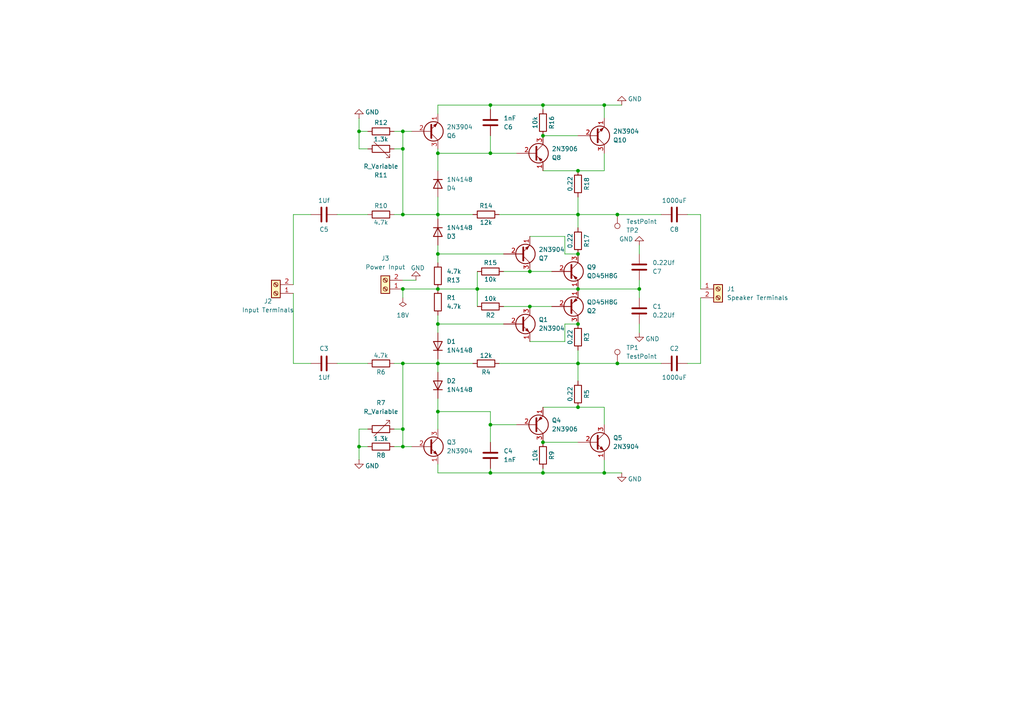
<source format=kicad_sch>
(kicad_sch (version 20231120) (generator "eeschema") (generator_version "8.0")
  (paper "A4")
  (lib_symbols
    (symbol "Connector:Screw_Terminal_01x02" (pin_names (offset 1.016) hide)
      (property "Reference" "J" (at 0 2.54 0))
      (property "Value" "Screw_Terminal_01x02" (at 0 -5.08 0))
      (symbol "Screw_Terminal_01x02_1_1"
        (rectangle (start -1.27 1.27) (end 1.27 -3.81) (stroke (width 0.254)) (fill (type background)))
        (circle (center 0 -2.54) (radius 0.635) (stroke (width 0.1524)))
        (polyline (pts (xy -0.5334 -2.2098) (xy 0.3302 -3.048)) (stroke (width 0.1524)))
        (polyline (pts (xy -0.5334 0.3302) (xy 0.3302 -0.508)) (stroke (width 0.1524)))
        (polyline (pts (xy -0.3556 -2.032) (xy 0.508 -2.8702)) (stroke (width 0.1524)))
        (polyline (pts (xy -0.3556 0.508) (xy 0.508 -0.3302)) (stroke (width 0.1524)))
        (circle (center 0 0) (radius 0.635) (stroke (width 0.1524)))
        (pin passive line (at -5.08 0 0) (length 3.81) (name "Pin_1") (number "1"))
        (pin passive line (at -5.08 -2.54 0) (length 3.81) (name "Pin_2") (number "2"))
      )
    )
    (symbol "Connector:TestPoint" (pin_numbers hide) (pin_names (offset 0.762) hide)
      (property "Reference" "TP" (at 0 6.858 0))
      (property "Value" "TestPoint" (at 0 5.08 0))
      (symbol "TestPoint_0_1"
        (circle (center 0 3.302) (radius 0.762))
      )
      (symbol "TestPoint_1_1"
        (pin passive line (at 0 0 90) (length 2.54) (name "1") (number "1"))
      )
    )
    (symbol "Device:C" (pin_numbers hide) (pin_names (offset 0.254))
      (property "Reference" "C" (at 0.635 2.54 0))
      (property "Value" "C" (at 0.635 -2.54 0))
      (symbol "C_0_1"
        (polyline (pts (xy -2.032 -0.762) (xy 2.032 -0.762)) (stroke (width 0.508)))
        (polyline (pts (xy -2.032 0.762) (xy 2.032 0.762)) (stroke (width 0.508)))
      )
      (symbol "C_1_1"
        (pin passive line (at 0 3.81 270) (length 2.794) (name "~") (number "1"))
        (pin passive line (at 0 -3.81 90) (length 2.794) (name "~") (number "2"))
      )
    )
    (symbol "Device:R" (pin_numbers hide) (pin_names (offset 0))
      (property "Reference" "R" (at 2.032 0 90))
      (property "Value" "R" (at 0 0 90))
      (symbol "R_0_1"
        (rectangle (start -1.016 -2.54) (end 1.016 2.54) (stroke (width 0.254)))
      )
      (symbol "R_1_1"
        (pin passive line (at 0 3.81 270) (length 1.27) (name "~") (number "1"))
        (pin passive line (at 0 -3.81 90) (length 1.27) (name "~") (number "2"))
      )
    )
    (symbol "Device:R_Variable" (pin_numbers hide) (pin_names (offset 0))
      (property "Reference" "R" (at 2.54 -2.54 90))
      (property "Value" "R_Variable" (at -2.54 -1.27 90))
      (symbol "R_Variable_0_1"
        (rectangle (start -1.016 -2.54) (end 1.016 2.54) (stroke (width 0.254)))
        (polyline (pts (xy 2.54 1.524) (xy 2.54 2.54) (xy 1.524 2.54) (xy 2.54 2.54) (xy -2.032 -2.032)))
      )
      (symbol "R_Variable_1_1"
        (pin passive line (at 0 3.81 270) (length 1.27) (name "~") (number "1"))
        (pin passive line (at 0 -3.81 90) (length 1.27) (name "~") (number "2"))
      )
    )
    (symbol "Diode:1N4148" (pin_numbers hide) (pin_names hide)
      (property "Reference" "D" (at 0 2.54 0))
      (property "Value" "1N4148" (at 0 -2.54 0))
      (symbol "1N4148_0_1"
        (polyline (pts (xy -1.27 1.27) (xy -1.27 -1.27)) (stroke (width 0.254)))
        (polyline (pts (xy 1.27 0) (xy -1.27 0)))
        (polyline (pts (xy 1.27 1.27) (xy 1.27 -1.27) (xy -1.27 0) (xy 1.27 1.27)) (stroke (width 0.254)))
      )
      (symbol "1N4148_1_1"
        (pin passive line (at -3.81 0 0) (length 2.54) (name "K") (number "1"))
        (pin passive line (at 3.81 0 180) (length 2.54) (name "A") (number "2"))
      )
    )
    (symbol "Transistor_BJT:2N3904" (pin_names (offset 0) hide)
      (property "Reference" "Q" (at 5.08 1.905 0))
      (property "Value" "2N3904" (at 5.08 0 0))
      (symbol "2N3904_0_1"
        (polyline (pts (xy 0.635 0.635) (xy 2.54 2.54)))
        (polyline (pts (xy 0.635 -0.635) (xy 2.54 -2.54) (xy 2.54 -2.54)))
        (polyline (pts (xy 0.635 1.905) (xy 0.635 -1.905) (xy 0.635 -1.905)) (stroke (width 0.508)))
        (polyline (pts (xy 1.27 -1.778) (xy 1.778 -1.27) (xy 2.286 -2.286) (xy 1.27 -1.778) (xy 1.27 -1.778)) (fill (type outline)))
        (circle (center 1.27 0) (radius 2.8194) (stroke (width 0.254)))
      )
      (symbol "2N3904_1_1"
        (pin passive line (at 2.54 -5.08 90) (length 2.54) (name "E") (number "1"))
        (pin passive line (at -5.08 0 0) (length 5.715) (name "B") (number "2"))
        (pin passive line (at 2.54 5.08 270) (length 2.54) (name "C") (number "3"))
      )
    )
    (symbol "Transistor_BJT:2N3906" (pin_names (offset 0) hide)
      (property "Reference" "Q" (at 5.08 1.905 0))
      (property "Value" "2N3906" (at 5.08 0 0))
      (symbol "2N3906_0_1"
        (polyline (pts (xy 0.635 0.635) (xy 2.54 2.54)))
        (polyline (pts (xy 0.635 -0.635) (xy 2.54 -2.54) (xy 2.54 -2.54)))
        (polyline (pts (xy 0.635 1.905) (xy 0.635 -1.905) (xy 0.635 -1.905)) (stroke (width 0.508)))
        (polyline (pts (xy 2.286 -1.778) (xy 1.778 -2.286) (xy 1.27 -1.27) (xy 2.286 -1.778) (xy 2.286 -1.778)) (fill (type outline)))
        (circle (center 1.27 0) (radius 2.8194) (stroke (width 0.254)))
      )
      (symbol "2N3906_1_1"
        (pin passive line (at 2.54 -5.08 90) (length 2.54) (name "E") (number "1"))
        (pin input line (at -5.08 0 0) (length 5.715) (name "B") (number "2"))
        (pin passive line (at 2.54 5.08 270) (length 2.54) (name "C") (number "3"))
      )
    )
    (symbol "power:GND" (power) (pin_numbers hide) (pin_names (offset 0) hide)
      (property "Value" "GND" (at 0 -3.81 0))
      (symbol "GND_0_1"
        (polyline (pts (xy 0 0) (xy 0 -1.27) (xy 1.27 -1.27) (xy 0 -2.54) (xy -1.27 -1.27) (xy 0 -1.27)))
      )
      (symbol "GND_1_1"
        (pin power_in line (at 0 0 270) (length 0) (name "~") (number "1"))
      )
    )
    (symbol "power:PWR_FLAG" (power) (pin_numbers hide) (pin_names (offset 0) hide)
      (property "Value" "PWR_FLAG" (at 0 3.81 0))
      (symbol "PWR_FLAG_0_0"
        (pin power_out line (at 0 0 90) (length 0) (name "~") (number "1"))
      )
      (symbol "PWR_FLAG_0_1"
        (polyline (pts (xy 0 0) (xy 0 1.27) (xy -1.016 1.905) (xy 0 2.54) (xy 1.016 1.905) (xy 0 1.27)))
      )
    )
  )
  (junction (at 116.84 62.23))
  (junction (at 116.84 43.18))
  (junction (at 142.24 137.16))
  (junction (at 179.07 62.23))
  (junction (at 127 119.38))
  (junction (at 116.84 38.1))
  (junction (at 116.84 129.54))
  (junction (at 153.67 78.74))
  (junction (at 142.24 123.19))
  (junction (at 127 105.41))
  (junction (at 104.14 38.1))
  (junction (at 167.64 93.98))
  (junction (at 157.48 30.48))
  (junction (at 153.67 88.9))
  (junction (at 127 73.66))
  (junction (at 157.48 39.37))
  (junction (at 127 83.82))
  (junction (at 167.64 49.53))
  (junction (at 127 62.23))
  (junction (at 167.64 83.82))
  (junction (at 157.48 137.16))
  (junction (at 127 93.98))
  (junction (at 167.64 73.66))
  (junction (at 167.64 62.23))
  (junction (at 104.14 129.54))
  (junction (at 142.24 44.45))
  (junction (at 157.48 128.27))
  (junction (at 179.07 105.41))
  (junction (at 116.84 83.82))
  (junction (at 116.84 124.46))
  (junction (at 175.26 30.48))
  (junction (at 167.64 105.41))
  (junction (at 138.43 83.82))
  (junction (at 185.42 83.82))
  (junction (at 127 44.45))
  (junction (at 142.24 30.48))
  (junction (at 175.26 137.16))
  (junction (at 116.84 105.41))
  (junction (at 167.64 118.11))
  (wire (pts (xy 104.14 38.1) (xy 104.14 34.29)))
  (wire (pts (xy 116.84 38.1) (xy 116.84 43.18)))
  (wire (pts (xy 116.84 62.23) (xy 116.84 43.18)))
  (wire (pts (xy 106.68 38.1) (xy 104.14 38.1)))
  (wire (pts (xy 127 83.82) (xy 138.43 83.82)))
  (wire (pts (xy 146.05 88.9) (xy 153.67 88.9)))
  (wire (pts (xy 167.64 93.98) (xy 163.83 93.98)))
  (wire (pts (xy 144.78 62.23) (xy 167.64 62.23)))
  (wire (pts (xy 142.24 135.89) (xy 142.24 137.16)))
  (wire (pts (xy 167.64 62.23) (xy 179.07 62.23)))
  (wire (pts (xy 167.64 118.11) (xy 175.26 118.11)))
  (wire (pts (xy 142.24 123.19) (xy 142.24 128.27)))
  (wire (pts (xy 116.84 129.54) (xy 116.84 124.46)))
  (wire (pts (xy 114.3 129.54) (xy 116.84 129.54)))
  (wire (pts (xy 114.3 62.23) (xy 116.84 62.23)))
  (wire (pts (xy 167.64 62.23) (xy 167.64 57.15)))
  (wire (pts (xy 146.05 78.74) (xy 153.67 78.74)))
  (wire (pts (xy 114.3 43.18) (xy 116.84 43.18)))
  (wire (pts (xy 127 76.2) (xy 127 73.66)))
  (wire (pts (xy 127 73.66) (xy 127 71.12)))
  (wire (pts (xy 106.68 43.18) (xy 104.14 43.18)))
  (wire (pts (xy 175.26 118.11) (xy 175.26 123.19)))
  (wire (pts (xy 127 49.53) (xy 127 44.45)))
  (wire (pts (xy 127 105.41) (xy 127 107.95)))
  (wire (pts (xy 142.24 44.45) (xy 149.86 44.45)))
  (wire (pts (xy 104.14 43.18) (xy 104.14 38.1)))
  (wire (pts (xy 127 105.41) (xy 127 104.14)))
  (wire (pts (xy 163.83 93.98) (xy 163.83 99.06)))
  (wire (pts (xy 153.67 68.58) (xy 163.83 68.58)))
  (wire (pts (xy 127 44.45) (xy 142.24 44.45)))
  (wire (pts (xy 104.14 124.46) (xy 104.14 129.54)))
  (wire (pts (xy 127 44.45) (xy 127 43.18)))
  (wire (pts (xy 138.43 83.82) (xy 138.43 88.9)))
  (wire (pts (xy 142.24 30.48) (xy 157.48 30.48)))
  (wire (pts (xy 167.64 73.66) (xy 163.83 73.66)))
  (wire (pts (xy 116.84 129.54) (xy 119.38 129.54)))
  (wire (pts (xy 106.68 124.46) (xy 104.14 124.46)))
  (wire (pts (xy 137.16 105.41) (xy 127 105.41)))
  (wire (pts (xy 142.24 137.16) (xy 157.48 137.16)))
  (wire (pts (xy 127 119.38) (xy 127 124.46)))
  (wire (pts (xy 114.3 38.1) (xy 116.84 38.1)))
  (wire (pts (xy 137.16 62.23) (xy 127 62.23)))
  (wire (pts (xy 203.2 86.36) (xy 203.2 105.41)))
  (wire (pts (xy 85.09 105.41) (xy 90.17 105.41)))
  (wire (pts (xy 106.68 129.54) (xy 104.14 129.54)))
  (wire (pts (xy 127 91.44) (xy 127 93.98)))
  (wire (pts (xy 179.07 62.23) (xy 191.77 62.23)))
  (wire (pts (xy 157.48 30.48) (xy 175.26 30.48)))
  (wire (pts (xy 114.3 124.46) (xy 116.84 124.46)))
  (wire (pts (xy 199.39 62.23) (xy 203.2 62.23)))
  (wire (pts (xy 116.84 38.1) (xy 119.38 38.1)))
  (wire (pts (xy 167.64 105.41) (xy 179.07 105.41)))
  (wire (pts (xy 153.67 88.9) (xy 160.02 88.9)))
  (wire (pts (xy 153.67 78.74) (xy 160.02 78.74)))
  (wire (pts (xy 127 93.98) (xy 127 96.52)))
  (wire (pts (xy 157.48 118.11) (xy 167.64 118.11)))
  (wire (pts (xy 97.79 62.23) (xy 106.68 62.23)))
  (wire (pts (xy 114.3 105.41) (xy 116.84 105.41)))
  (wire (pts (xy 127 33.02) (xy 127 30.48)))
  (wire (pts (xy 175.26 34.29) (xy 175.26 30.48)))
  (wire (pts (xy 97.79 105.41) (xy 106.68 105.41)))
  (wire (pts (xy 157.48 135.89) (xy 157.48 137.16)))
  (wire (pts (xy 104.14 129.54) (xy 104.14 133.35)))
  (wire (pts (xy 203.2 62.23) (xy 203.2 83.82)))
  (wire (pts (xy 127 62.23) (xy 127 63.5)))
  (wire (pts (xy 127 62.23) (xy 127 57.15)))
  (wire (pts (xy 85.09 62.23) (xy 85.09 82.55)))
  (wire (pts (xy 175.26 133.35) (xy 175.26 137.16)))
  (wire (pts (xy 203.2 105.41) (xy 199.39 105.41)))
  (wire (pts (xy 167.64 83.82) (xy 185.42 83.82)))
  (wire (pts (xy 175.26 49.53) (xy 175.26 44.45)))
  (wire (pts (xy 116.84 81.28) (xy 120.65 81.28)))
  (wire (pts (xy 185.42 83.82) (xy 185.42 81.28)))
  (wire (pts (xy 142.24 44.45) (xy 142.24 39.37)))
  (wire (pts (xy 185.42 93.98) (xy 185.42 96.52)))
  (wire (pts (xy 167.64 49.53) (xy 175.26 49.53)))
  (wire (pts (xy 157.48 128.27) (xy 167.64 128.27)))
  (wire (pts (xy 185.42 83.82) (xy 185.42 86.36)))
  (wire (pts (xy 185.42 71.12) (xy 185.42 73.66)))
  (wire (pts (xy 116.84 62.23) (xy 127 62.23)))
  (wire (pts (xy 127 93.98) (xy 146.05 93.98)))
  (wire (pts (xy 116.84 105.41) (xy 116.84 124.46)))
  (wire (pts (xy 175.26 137.16) (xy 180.34 137.16)))
  (wire (pts (xy 179.07 105.41) (xy 191.77 105.41)))
  (wire (pts (xy 116.84 83.82) (xy 116.84 86.36)))
  (wire (pts (xy 175.26 30.48) (xy 180.34 30.48)))
  (wire (pts (xy 127 119.38) (xy 142.24 119.38)))
  (wire (pts (xy 167.64 105.41) (xy 167.64 110.49)))
  (wire (pts (xy 127 115.57) (xy 127 119.38)))
  (wire (pts (xy 127 73.66) (xy 146.05 73.66)))
  (wire (pts (xy 142.24 119.38) (xy 142.24 123.19)))
  (wire (pts (xy 127 134.62) (xy 127 137.16)))
  (wire (pts (xy 142.24 31.75) (xy 142.24 30.48)))
  (wire (pts (xy 138.43 83.82) (xy 167.64 83.82)))
  (wire (pts (xy 127 137.16) (xy 142.24 137.16)))
  (wire (pts (xy 127 30.48) (xy 142.24 30.48)))
  (wire (pts (xy 157.48 137.16) (xy 175.26 137.16)))
  (wire (pts (xy 157.48 49.53) (xy 167.64 49.53)))
  (wire (pts (xy 116.84 83.82) (xy 127 83.82)))
  (wire (pts (xy 153.67 99.06) (xy 163.83 99.06)))
  (wire (pts (xy 85.09 85.09) (xy 85.09 105.41)))
  (wire (pts (xy 167.64 105.41) (xy 167.64 101.6)))
  (wire (pts (xy 157.48 31.75) (xy 157.48 30.48)))
  (wire (pts (xy 144.78 105.41) (xy 167.64 105.41)))
  (wire (pts (xy 138.43 83.82) (xy 138.43 78.74)))
  (wire (pts (xy 85.09 62.23) (xy 90.17 62.23)))
  (wire (pts (xy 116.84 105.41) (xy 127 105.41)))
  (wire (pts (xy 167.64 62.23) (xy 167.64 66.04)))
  (wire (pts (xy 142.24 123.19) (xy 149.86 123.19)))
  (wire (pts (xy 163.83 73.66) (xy 163.83 68.58)))
  (wire (pts (xy 157.48 39.37) (xy 167.64 39.37)))
  (symbol (lib_id "power:GND") (at 185.42 71.12 180) (unit 1)
    (property "Reference" "#PWR06" (effects (hide yes)))
    (property "Value" "GND" (at 181.61 69.342 0))
    (property "Description" "Power symbol creates a global label with name \"GND\" , ground" (effects (hide yes)))
  )
  (symbol (lib_id "power:PWR_FLAG") (at 116.84 86.36 0) (mirror x) (unit 1)
    (property "Reference" "#FLG02" (effects (hide yes)))
    (property "Value" "18V" (at 116.84 91.44 0))
    (property "Description" "Special symbol for telling ERC where power comes from" (effects (hide yes)))
  )
  (symbol (lib_id "Device:C") (at 185.42 77.47 0) (mirror x) (unit 1)
    (property "Reference" "C7" (at 189.23 78.7401 0) (effects (justify left)))
    (property "Value" "0.22Uf" (at 189.23 76.2001 0) (effects (justify left)))
    (property "Description" "Unpolarized capacitor" (effects (hide yes)))
  )
  (symbol (lib_id "Device:R") (at 167.64 53.34 0) (mirror x) (unit 1)
    (property "Reference" "R18" (at 170.18 53.34 90))
    (property "Value" "0.22" (at 165.354 53.34 90))
    (property "Description" "Resistor" (effects (hide yes)))
  )
  (symbol (lib_id "Device:C") (at 195.58 105.41 90) (unit 1)
    (property "Reference" "C2" (at 195.58 101.092 90))
    (property "Value" "1000uF" (at 195.58 109.474 90))
    (property "Description" "Unpolarized capacitor" (effects (hide yes)))
  )
  (symbol (lib_id "Device:R") (at 140.97 62.23 270) (mirror x) (unit 1)
    (property "Reference" "R14" (at 140.97 59.69 90))
    (property "Value" "12k" (at 140.97 64.516 90))
    (property "Description" "Resistor" (effects (hide yes)))
  )
  (symbol (lib_id "Device:R") (at 142.24 88.9 270) (unit 1)
    (property "Reference" "R2" (at 142.24 91.44 90))
    (property "Value" "10k" (at 142.24 86.614 90))
    (property "Description" "Resistor" (effects (hide yes)))
  )
  (symbol (lib_id "Device:R") (at 110.49 105.41 270) (unit 1)
    (property "Reference" "R6" (at 110.49 107.95 90))
    (property "Value" "4.7k" (at 110.49 103.124 90))
    (property "Description" "Resistor" (effects (hide yes)))
  )
  (symbol (lib_id "Device:C") (at 195.58 62.23 90) (mirror x) (unit 1)
    (property "Reference" "C8" (at 195.58 66.548 90))
    (property "Value" "1000uF" (at 195.58 58.166 90))
    (property "Description" "Unpolarized capacitor" (effects (hide yes)))
  )
  (symbol (lib_id "Device:R") (at 167.64 114.3 0) (unit 1)
    (property "Reference" "R5" (at 170.18 114.3 90))
    (property "Value" "0.22" (at 165.354 114.3 90))
    (property "Description" "Resistor" (effects (hide yes)))
  )
  (symbol (lib_id "Device:C") (at 93.98 105.41 90) (unit 1)
    (property "Reference" "C3" (at 93.98 101.092 90))
    (property "Value" "1Uf" (at 93.98 109.474 90))
    (property "Description" "Unpolarized capacitor" (effects (hide yes)))
  )
  (symbol (lib_id "Connector:TestPoint") (at 179.07 62.23 0) (mirror x) (unit 1)
    (property "Reference" "TP2" (at 181.61 66.8021 0) (effects (justify left)))
    (property "Value" "TestPoint" (at 181.61 64.2621 0) (effects (justify left)))
    (property "Description" "test point" (effects (hide yes)))
  )
  (symbol (lib_id "Connector:TestPoint") (at 179.07 105.41 0) (unit 1)
    (property "Reference" "TP1" (at 181.61 100.8379 0) (effects (justify left)))
    (property "Value" "TestPoint" (at 181.61 103.3779 0) (effects (justify left)))
    (property "Description" "test point" (effects (hide yes)))
  )
  (symbol (lib_id "Diode:1N4148") (at 127 53.34 90) (mirror x) (unit 1)
    (property "Reference" "D4" (at 129.54 54.6101 90) (effects (justify right)))
    (property "Value" "1N4148" (at 129.54 52.0701 90) (effects (justify right)))
    (property "Footprint" "Diode_THT:D_DO-35_SOD27_P7.62mm_Horizontal" (effects (hide yes)))
    (property "Datasheet" "https://assets.nexperia.com/documents/data-sheet/1N4148_1N4448.pdf" (effects (hide yes)))
    (property "Description" "100V 0.15A standard switching diode, DO-35" (effects (hide yes)))
    (property "Sim.Device" "D" (effects (hide yes)))
    (property "Sim.Pins" "1=K 2=A" (effects (hide yes)))
  )
  (symbol (lib_id "Device:R_Variable") (at 110.49 124.46 270) (mirror x) (unit 1)
    (property "Reference" "R7" (at 110.49 116.84 90))
    (property "Value" "R_Variable" (at 110.49 119.38 90))
    (property "Description" "Variable resistor" (effects (hide yes)))
  )
  (symbol (lib_id "Device:R") (at 127 80.01 0) (mirror x) (unit 1)
    (property "Reference" "R13" (at 129.54 81.2801 0) (effects (justify left)))
    (property "Value" "4.7k" (at 129.54 78.7401 0) (effects (justify left)))
    (property "Description" "Resistor" (effects (hide yes)))
  )
  (symbol (lib_id "Device:R") (at 110.49 62.23 270) (mirror x) (unit 1)
    (property "Reference" "R10" (at 110.49 59.69 90))
    (property "Value" "4.7k" (at 110.49 64.516 90))
    (property "Description" "Resistor" (effects (hide yes)))
  )
  (symbol (lib_id "Device:C") (at 185.42 90.17 0) (unit 1)
    (property "Reference" "C1" (at 189.23 88.8999 0) (effects (justify left)))
    (property "Value" "0.22Uf" (at 189.23 91.4399 0) (effects (justify left)))
    (property "Description" "Unpolarized capacitor" (effects (hide yes)))
  )
  (symbol (lib_id "Device:R") (at 157.48 35.56 0) (mirror x) (unit 1)
    (property "Reference" "R16" (at 160.02 35.56 90))
    (property "Value" "10k" (at 155.194 35.56 90))
    (property "Description" "Resistor" (effects (hide yes)))
  )
  (symbol (lib_id "Transistor_BJT:2N3906") (at 165.1 78.74 0) (unit 1)
    (property "Reference" "Q9" (at 170.18 77.4699 0) (effects (justify left)))
    (property "Value" "QD45H8G" (at 170.18 80.0099 0) (effects (justify left)))
    (property "Footprint" "Package_TO_SOT_THT:TO-92_Inline" (effects (hide yes)))
    (property "Datasheet" "https://www.onsemi.com/pub/Collateral/2N3906-D.PDF" (effects (hide yes)))
    (property "Description" "-0.2A Ic, -40V Vce, Small Signal PNP Transistor, TO-92" (effects (hide yes)))
  )
  (symbol (lib_id "Connector:Screw_Terminal_01x02") (at 80.01 85.09 180) (unit 1)
    (property "Reference" "J2" (at 77.724 87.376 0))
    (property "Value" "Input Terminals" (at 77.724 89.916 0))
    (property "Description" "Generic screw terminal, single row, 01x02, script generated (kicad-library-utils/schlib/autogen/connector/)" (effects (hide yes)))
  )
  (symbol (lib_id "Device:R") (at 140.97 105.41 270) (unit 1)
    (property "Reference" "R4" (at 140.97 107.95 90))
    (property "Value" "12k" (at 140.97 103.124 90))
    (property "Description" "Resistor" (effects (hide yes)))
  )
  (symbol (lib_id "Connector:Screw_Terminal_01x02") (at 111.76 83.82 180) (unit 1)
    (property "Reference" "J3" (at 111.76 74.93 0))
    (property "Value" "Power Input" (at 111.76 77.47 0))
    (property "Description" "Generic screw terminal, single row, 01x02, script generated (kicad-library-utils/schlib/autogen/connector/)" (effects (hide yes)))
  )
  (symbol (lib_id "power:GND") (at 180.34 30.48 0) (mirror x) (unit 1)
    (property "Reference" "#PWR05" (effects (hide yes)))
    (property "Value" "GND" (at 184.15 28.702 0))
    (property "Description" "Power symbol creates a global label with name \"GND\" , ground" (effects (hide yes)))
  )
  (symbol (lib_id "Device:R_Variable") (at 110.49 43.18 270) (unit 1)
    (property "Reference" "R11" (at 110.49 50.8 90))
    (property "Value" "R_Variable" (at 110.49 48.26 90))
    (property "Description" "Variable resistor" (effects (hide yes)))
  )
  (symbol (lib_id "Device:R") (at 167.64 69.85 0) (mirror x) (unit 1)
    (property "Reference" "R17" (at 170.18 69.85 90))
    (property "Value" "0.22" (at 165.354 69.85 90))
    (property "Description" "Resistor" (effects (hide yes)))
  )
  (symbol (lib_id "Device:C") (at 142.24 132.08 0) (unit 1)
    (property "Reference" "C4" (at 146.05 130.8099 0) (effects (justify left)))
    (property "Value" "1nF" (at 146.05 133.3499 0) (effects (justify left)))
    (property "Description" "Unpolarized capacitor" (effects (hide yes)))
  )
  (symbol (lib_id "Transistor_BJT:2N3904") (at 172.72 39.37 0) (mirror x) (unit 1)
    (property "Reference" "Q10" (at 177.8 40.6401 0) (effects (justify left)))
    (property "Value" "2N3904" (at 177.8 38.1001 0) (effects (justify left)))
    (property "Footprint" "Package_TO_SOT_THT:TO-92_Inline" (effects (hide yes)))
    (property "Datasheet" "https://www.onsemi.com/pub/Collateral/2N3903-D.PDF" (effects (hide yes)))
    (property "Description" "0.2A Ic, 40V Vce, Small Signal NPN Transistor, TO-92" (effects (hide yes)))
  )
  (symbol (lib_id "Diode:1N4148") (at 127 67.31 90) (mirror x) (unit 1)
    (property "Reference" "D3" (at 129.54 68.5801 90) (effects (justify right)))
    (property "Value" "1N4148" (at 129.54 66.0401 90) (effects (justify right)))
    (property "Footprint" "Diode_THT:D_DO-35_SOD27_P7.62mm_Horizontal" (effects (hide yes)))
    (property "Datasheet" "https://assets.nexperia.com/documents/data-sheet/1N4148_1N4448.pdf" (effects (hide yes)))
    (property "Description" "100V 0.15A standard switching diode, DO-35" (effects (hide yes)))
    (property "Sim.Device" "D" (effects (hide yes)))
    (property "Sim.Pins" "1=K 2=A" (effects (hide yes)))
  )
  (symbol (lib_id "Transistor_BJT:2N3904") (at 124.46 129.54 0) (unit 1)
    (property "Reference" "Q3" (at 129.54 128.2699 0) (effects (justify left)))
    (property "Value" "2N3904" (at 129.54 130.8099 0) (effects (justify left)))
    (property "Footprint" "Package_TO_SOT_THT:TO-92_Inline" (effects (hide yes)))
    (property "Datasheet" "https://www.onsemi.com/pub/Collateral/2N3903-D.PDF" (effects (hide yes)))
    (property "Description" "0.2A Ic, 40V Vce, Small Signal NPN Transistor, TO-92" (effects (hide yes)))
  )
  (symbol (lib_id "Transistor_BJT:2N3904") (at 172.72 128.27 0) (unit 1)
    (property "Reference" "Q5" (at 177.8 126.9999 0) (effects (justify left)))
    (property "Value" "2N3904" (at 177.8 129.5399 0) (effects (justify left)))
    (property "Footprint" "Package_TO_SOT_THT:TO-92_Inline" (effects (hide yes)))
    (property "Datasheet" "https://www.onsemi.com/pub/Collateral/2N3903-D.PDF" (effects (hide yes)))
    (property "Description" "0.2A Ic, 40V Vce, Small Signal NPN Transistor, TO-92" (effects (hide yes)))
  )
  (symbol (lib_id "power:GND") (at 120.65 81.28 0) (mirror x) (unit 1)
    (property "Reference" "#PWR07" (effects (hide yes)))
    (property "Value" "GND" (at 121.158 77.724 0))
    (property "Description" "Power symbol creates a global label with name \"GND\" , ground" (effects (hide yes)))
  )
  (symbol (lib_id "Device:R") (at 110.49 38.1 270) (mirror x) (unit 1)
    (property "Reference" "R12" (at 110.49 35.56 90))
    (property "Value" "1.3k" (at 110.49 40.386 90))
    (property "Description" "Resistor" (effects (hide yes)))
  )
  (symbol (lib_id "power:GND") (at 185.42 96.52 0) (unit 1)
    (property "Reference" "#PWR01" (effects (hide yes)))
    (property "Value" "GND" (at 189.23 98.298 0))
    (property "Description" "Power symbol creates a global label with name \"GND\" , ground" (effects (hide yes)))
  )
  (symbol (lib_id "Transistor_BJT:2N3904") (at 151.13 93.98 0) (unit 1)
    (property "Reference" "Q1" (at 156.21 92.7099 0) (effects (justify left)))
    (property "Value" "2N3904" (at 156.21 95.2499 0) (effects (justify left)))
    (property "Footprint" "Package_TO_SOT_THT:TO-92_Inline" (effects (hide yes)))
    (property "Datasheet" "https://www.onsemi.com/pub/Collateral/2N3903-D.PDF" (effects (hide yes)))
    (property "Description" "0.2A Ic, 40V Vce, Small Signal NPN Transistor, TO-92" (effects (hide yes)))
  )
  (symbol (lib_id "Device:C") (at 142.24 35.56 0) (mirror x) (unit 1)
    (property "Reference" "C6" (at 146.05 36.8301 0) (effects (justify left)))
    (property "Value" "1nF" (at 146.05 34.2901 0) (effects (justify left)))
    (property "Description" "Unpolarized capacitor" (effects (hide yes)))
  )
  (symbol (lib_id "power:GND") (at 104.14 34.29 0) (mirror x) (unit 1)
    (property "Reference" "#PWR04" (effects (hide yes)))
    (property "Value" "GND" (at 107.95 32.512 0))
    (property "Description" "Power symbol creates a global label with name \"GND\" , ground" (effects (hide yes)))
  )
  (symbol (lib_id "Transistor_BJT:2N3906") (at 165.1 88.9 0) (mirror x) (unit 1)
    (property "Reference" "Q2" (at 170.18 90.1701 0) (effects (justify left)))
    (property "Value" "QD45H8G" (at 170.18 87.6301 0) (effects (justify left)))
    (property "Footprint" "Package_TO_SOT_THT:TO-92_Inline" (effects (hide yes)))
    (property "Datasheet" "https://www.onsemi.com/pub/Collateral/2N3906-D.PDF" (effects (hide yes)))
    (property "Description" "-0.2A Ic, -40V Vce, Small Signal PNP Transistor, TO-92" (effects (hide yes)))
  )
  (symbol (lib_id "Device:R") (at 110.49 129.54 270) (unit 1)
    (property "Reference" "R8" (at 110.49 132.08 90))
    (property "Value" "1.3k" (at 110.49 127.254 90))
    (property "Description" "Resistor" (effects (hide yes)))
  )
  (symbol (lib_id "Transistor_BJT:2N3906") (at 154.94 123.19 0) (mirror x) (unit 1)
    (property "Reference" "Q4" (at 160.02 121.9199 0) (effects (justify left)))
    (property "Value" "2N3906" (at 160.02 124.4599 0) (effects (justify left)))
    (property "Footprint" "Package_TO_SOT_THT:TO-92_Inline" (effects (hide yes)))
    (property "Datasheet" "https://www.onsemi.com/pub/Collateral/2N3906-D.PDF" (effects (hide yes)))
    (property "Description" "-0.2A Ic, -40V Vce, Small Signal PNP Transistor, TO-92" (effects (hide yes)))
  )
  (symbol (lib_id "Device:C") (at 93.98 62.23 90) (mirror x) (unit 1)
    (property "Reference" "C5" (at 93.98 66.548 90))
    (property "Value" "1Uf" (at 93.98 58.166 90))
    (property "Description" "Unpolarized capacitor" (effects (hide yes)))
  )
  (symbol (lib_id "Device:R") (at 157.48 132.08 0) (unit 1)
    (property "Reference" "R9" (at 160.02 132.08 90))
    (property "Value" "10k" (at 155.194 132.08 90))
    (property "Description" "Resistor" (effects (hide yes)))
  )
  (symbol (lib_id "Transistor_BJT:2N3906") (at 154.94 44.45 0) (unit 1)
    (property "Reference" "Q8" (at 160.02 45.7201 0) (effects (justify left)))
    (property "Value" "2N3906" (at 160.02 43.1801 0) (effects (justify left)))
    (property "Footprint" "Package_TO_SOT_THT:TO-92_Inline" (effects (hide yes)))
    (property "Datasheet" "https://www.onsemi.com/pub/Collateral/2N3906-D.PDF" (effects (hide yes)))
    (property "Description" "-0.2A Ic, -40V Vce, Small Signal PNP Transistor, TO-92" (effects (hide yes)))
  )
  (symbol (lib_id "power:GND") (at 180.34 137.16 0) (unit 1)
    (property "Reference" "#PWR03" (effects (hide yes)))
    (property "Value" "GND" (at 184.15 138.938 0))
    (property "Description" "Power symbol creates a global label with name \"GND\" , ground" (effects (hide yes)))
  )
  (symbol (lib_id "power:GND") (at 104.14 133.35 0) (unit 1)
    (property "Reference" "#PWR02" (effects (hide yes)))
    (property "Value" "GND" (at 107.95 135.128 0))
    (property "Description" "Power symbol creates a global label with name \"GND\" , ground" (effects (hide yes)))
  )
  (symbol (lib_id "Transistor_BJT:2N3904") (at 151.13 73.66 0) (mirror x) (unit 1)
    (property "Reference" "Q7" (at 156.21 74.9301 0) (effects (justify left)))
    (property "Value" "2N3904" (at 156.21 72.3901 0) (effects (justify left)))
    (property "Footprint" "Package_TO_SOT_THT:TO-92_Inline" (effects (hide yes)))
    (property "Datasheet" "https://www.onsemi.com/pub/Collateral/2N3903-D.PDF" (effects (hide yes)))
    (property "Description" "0.2A Ic, 40V Vce, Small Signal NPN Transistor, TO-92" (effects (hide yes)))
  )
  (symbol (lib_id "Connector:Screw_Terminal_01x02") (at 208.28 83.82 0) (unit 1)
    (property "Reference" "J1" (at 210.82 83.8199 0) (effects (justify left)))
    (property "Value" "Speaker Terminals" (at 210.82 86.3599 0) (effects (justify left)))
    (property "Description" "Generic screw terminal, single row, 01x02, script generated (kicad-library-utils/schlib/autogen/connector/)" (effects (hide yes)))
  )
  (symbol (lib_id "Device:R") (at 142.24 78.74 270) (mirror x) (unit 1)
    (property "Reference" "R15" (at 142.24 76.2 90))
    (property "Value" "10k" (at 142.24 81.026 90))
    (property "Description" "Resistor" (effects (hide yes)))
  )
  (symbol (lib_id "Diode:1N4148") (at 127 111.76 90) (unit 1)
    (property "Reference" "D2" (at 129.54 110.4899 90) (effects (justify right)))
    (property "Value" "1N4148" (at 129.54 113.0299 90) (effects (justify right)))
    (property "Footprint" "Diode_THT:D_DO-35_SOD27_P7.62mm_Horizontal" (effects (hide yes)))
    (property "Datasheet" "https://assets.nexperia.com/documents/data-sheet/1N4148_1N4448.pdf" (effects (hide yes)))
    (property "Description" "100V 0.15A standard switching diode, DO-35" (effects (hide yes)))
    (property "Sim.Device" "D" (effects (hide yes)))
    (property "Sim.Pins" "1=K 2=A" (effects (hide yes)))
  )
  (symbol (lib_id "Device:R") (at 167.64 97.79 0) (unit 1)
    (property "Reference" "R3" (at 170.18 97.79 90))
    (property "Value" "0.22" (at 165.354 97.79 90))
    (property "Description" "Resistor" (effects (hide yes)))
  )
  (symbol (lib_id "Diode:1N4148") (at 127 100.33 90) (unit 1)
    (property "Reference" "D1" (at 129.54 99.0599 90) (effects (justify right)))
    (property "Value" "1N4148" (at 129.54 101.5999 90) (effects (justify right)))
    (property "Footprint" "Diode_THT:D_DO-35_SOD27_P7.62mm_Horizontal" (effects (hide yes)))
    (property "Datasheet" "https://assets.nexperia.com/documents/data-sheet/1N4148_1N4448.pdf" (effects (hide yes)))
    (property "Description" "100V 0.15A standard switching diode, DO-35" (effects (hide yes)))
    (property "Sim.Device" "D" (effects (hide yes)))
    (property "Sim.Pins" "1=K 2=A" (effects (hide yes)))
  )
  (symbol (lib_id "Device:R") (at 127 87.63 0) (unit 1)
    (property "Reference" "R1" (at 129.54 86.3599 0) (effects (justify left)))
    (property "Value" "4.7k" (at 129.54 88.8999 0) (effects (justify left)))
    (property "Description" "Resistor" (effects (hide yes)))
  )
  (symbol (lib_id "Transistor_BJT:2N3904") (at 124.46 38.1 0) (mirror x) (unit 1)
    (property "Reference" "Q6" (at 129.54 39.3701 0) (effects (justify left)))
    (property "Value" "2N3904" (at 129.54 36.8301 0) (effects (justify left)))
    (property "Footprint" "Package_TO_SOT_THT:TO-92_Inline" (effects (hide yes)))
    (property "Datasheet" "https://www.onsemi.com/pub/Collateral/2N3903-D.PDF" (effects (hide yes)))
    (property "Description" "0.2A Ic, 40V Vce, Small Signal NPN Transistor, TO-92" (effects (hide yes)))
  )
)
</source>
